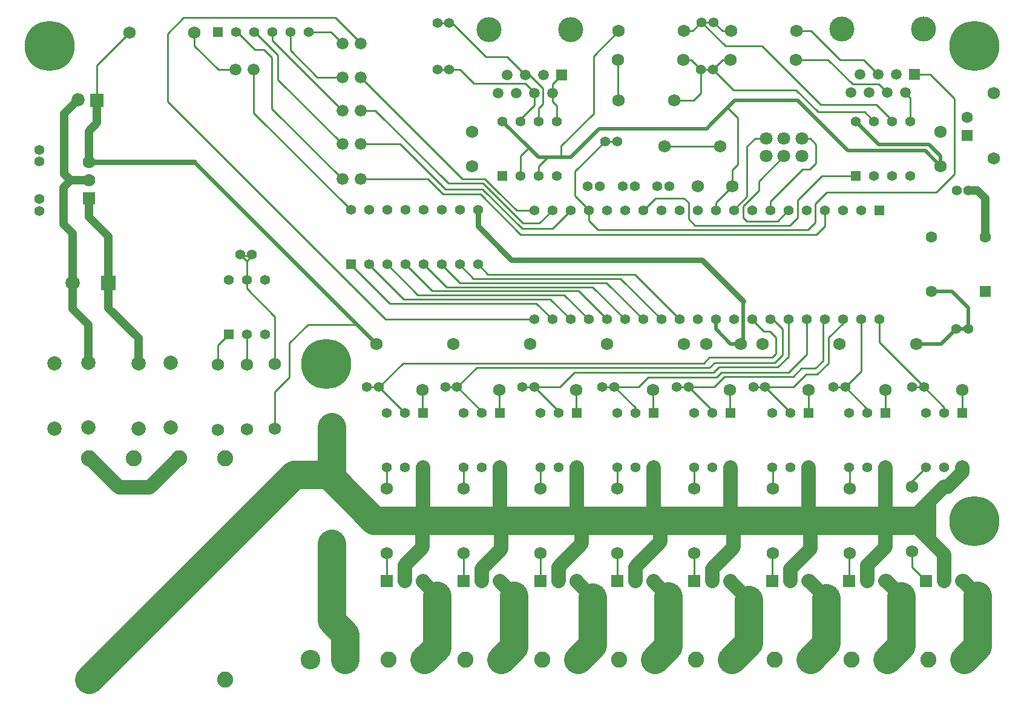
<source format=gtl>
G04 (created by PCBNEW (2013-07-07 BZR 4022)-stable) date 8/1/2015 6:26:25 AM*
%MOIN*%
G04 Gerber Fmt 3.4, Leading zero omitted, Abs format*
%FSLAX34Y34*%
G01*
G70*
G90*
G04 APERTURE LIST*
%ADD10C,0.00590551*%
%ADD11C,0.0688976*%
%ADD12C,0.07*%
%ADD13R,0.07X0.07*%
%ADD14C,0.066*%
%ADD15R,0.055X0.055*%
%ADD16C,0.055*%
%ADD17C,0.129921*%
%ADD18C,0.0885827*%
%ADD19R,0.108268X0.108268*%
%ADD20C,0.108268*%
%ADD21R,0.0885827X0.0885827*%
%ADD22R,0.0787402X0.0787402*%
%ADD23C,0.0787402*%
%ADD24R,0.0728346X0.0728346*%
%ADD25C,0.0728346*%
%ADD26C,0.275591*%
%ADD27R,0.0629921X0.0629921*%
%ADD28C,0.0629921*%
%ADD29C,0.137795*%
%ADD30R,0.0591X0.0591*%
%ADD31C,0.0591*%
%ADD32C,0.0708661*%
%ADD33C,0.019685*%
%ADD34C,0.01*%
%ADD35C,0.0295276*%
%ADD36C,0.0472441*%
%ADD37C,0.0787402*%
%ADD38C,0.15748*%
%ADD39C,0.137795*%
G04 APERTURE END LIST*
G54D10*
G54D11*
X105316Y-51182D03*
X102782Y-48648D03*
X88288Y-51182D03*
X85755Y-48648D03*
X79823Y-51182D03*
X77290Y-48648D03*
X107037Y-34803D03*
X107037Y-38385D03*
G54D12*
X75606Y-61712D03*
X74606Y-61712D03*
G54D13*
X73606Y-61712D03*
G54D12*
X79838Y-61712D03*
X78838Y-61712D03*
G54D13*
X77838Y-61712D03*
G54D12*
X84070Y-61712D03*
X83070Y-61712D03*
G54D13*
X82070Y-61712D03*
G54D12*
X88303Y-61712D03*
X87303Y-61712D03*
G54D13*
X86303Y-61712D03*
G54D12*
X92535Y-61712D03*
X91535Y-61712D03*
G54D13*
X90535Y-61712D03*
G54D12*
X96866Y-61712D03*
X95866Y-61712D03*
G54D13*
X94866Y-61712D03*
G54D12*
X101098Y-61712D03*
X100098Y-61712D03*
G54D13*
X99098Y-61712D03*
G54D12*
X105330Y-61712D03*
X104330Y-61712D03*
G54D13*
X103330Y-61712D03*
G54D14*
X71173Y-32057D03*
X72173Y-32057D03*
X71173Y-39547D03*
X72173Y-39547D03*
X71173Y-37608D03*
X72173Y-37608D03*
X71173Y-35767D03*
X72173Y-35767D03*
X65287Y-33503D03*
X66287Y-33503D03*
X71173Y-33917D03*
X72173Y-33917D03*
G54D15*
X99464Y-39354D03*
G54D16*
X100464Y-39354D03*
X101464Y-39354D03*
X102464Y-39354D03*
X102464Y-36354D03*
X101464Y-36354D03*
X100464Y-36354D03*
X99464Y-36354D03*
G54D15*
X79996Y-39354D03*
G54D16*
X80996Y-39354D03*
X81996Y-39354D03*
X82996Y-39354D03*
X82996Y-36354D03*
X81996Y-36354D03*
X80996Y-36354D03*
X79996Y-36354D03*
G54D15*
X105330Y-52437D03*
G54D16*
X104330Y-52437D03*
X103330Y-52437D03*
X103330Y-55437D03*
X104330Y-55437D03*
X105330Y-55437D03*
G54D15*
X88303Y-52437D03*
G54D16*
X87303Y-52437D03*
X86303Y-52437D03*
X86303Y-55437D03*
X87303Y-55437D03*
X88303Y-55437D03*
G54D15*
X92535Y-52437D03*
G54D16*
X91535Y-52437D03*
X90535Y-52437D03*
X90535Y-55437D03*
X91535Y-55437D03*
X92535Y-55437D03*
G54D15*
X96866Y-52437D03*
G54D16*
X95866Y-52437D03*
X94866Y-52437D03*
X94866Y-55437D03*
X95866Y-55437D03*
X96866Y-55437D03*
G54D15*
X64905Y-48094D03*
G54D16*
X65905Y-48094D03*
X66905Y-48094D03*
X66905Y-45094D03*
X65905Y-45094D03*
X64905Y-45094D03*
G54D15*
X101098Y-52437D03*
G54D16*
X100098Y-52437D03*
X99098Y-52437D03*
X99098Y-55437D03*
X100098Y-55437D03*
X101098Y-55437D03*
G54D15*
X75606Y-52437D03*
G54D16*
X74606Y-52437D03*
X73606Y-52437D03*
X73606Y-55437D03*
X74606Y-55437D03*
X75606Y-55437D03*
G54D15*
X84070Y-52437D03*
G54D16*
X83070Y-52437D03*
X82070Y-52437D03*
X82070Y-55437D03*
X83070Y-55437D03*
X84070Y-55437D03*
G54D15*
X79838Y-52437D03*
G54D16*
X78838Y-52437D03*
X77838Y-52437D03*
X77838Y-55437D03*
X78838Y-55437D03*
X79838Y-55437D03*
G54D15*
X71637Y-44236D03*
G54D16*
X72637Y-44236D03*
X73637Y-44236D03*
X74637Y-44236D03*
X75637Y-44236D03*
X76637Y-44236D03*
X77637Y-44236D03*
X78637Y-44236D03*
X78637Y-41236D03*
X77637Y-41236D03*
X76637Y-41236D03*
X75637Y-41236D03*
X74637Y-41236D03*
X73637Y-41236D03*
X72637Y-41236D03*
X71637Y-41236D03*
G54D11*
X89980Y-31377D03*
X86397Y-31377D03*
X84056Y-51182D03*
X81522Y-48648D03*
X75591Y-51182D03*
X73058Y-48648D03*
X65905Y-53346D03*
X65905Y-49763D03*
X64311Y-53350D03*
X64311Y-49767D03*
X86358Y-32952D03*
X89940Y-32952D03*
X92559Y-32952D03*
X96141Y-32952D03*
X102559Y-60078D03*
X102559Y-56496D03*
X96181Y-31377D03*
X92598Y-31377D03*
X59448Y-31456D03*
X63031Y-31456D03*
X92520Y-51182D03*
X89987Y-48648D03*
X96851Y-51182D03*
X94318Y-48648D03*
X101083Y-51182D03*
X98550Y-48648D03*
X99114Y-60177D03*
X99114Y-56594D03*
X94881Y-60177D03*
X94881Y-56594D03*
X90551Y-60177D03*
X90551Y-56594D03*
X86318Y-60177D03*
X86318Y-56594D03*
X82086Y-60177D03*
X82086Y-56594D03*
X77854Y-60177D03*
X77854Y-56594D03*
X73622Y-60177D03*
X73622Y-56594D03*
X67460Y-49724D03*
X67460Y-53307D03*
G54D15*
X64311Y-31437D03*
G54D16*
X65311Y-31437D03*
X66311Y-31437D03*
X67311Y-31437D03*
X68311Y-31437D03*
X69311Y-31437D03*
G54D17*
X70570Y-62283D03*
X70570Y-59625D03*
X70570Y-55846D03*
X70570Y-53188D03*
G54D18*
X57234Y-67145D03*
X64714Y-67145D03*
X57234Y-54917D03*
X59675Y-54917D03*
X62194Y-54917D03*
X64714Y-54917D03*
G54D19*
X71322Y-66043D03*
G54D20*
X69429Y-66035D03*
G54D21*
X75688Y-66035D03*
G54D18*
X73716Y-66039D03*
G54D21*
X79921Y-66035D03*
G54D18*
X77948Y-66039D03*
G54D21*
X84153Y-66035D03*
G54D18*
X82181Y-66039D03*
G54D21*
X88385Y-66035D03*
G54D18*
X86413Y-66039D03*
G54D21*
X92618Y-66035D03*
G54D18*
X90645Y-66039D03*
G54D21*
X96948Y-66035D03*
G54D18*
X94976Y-66039D03*
G54D21*
X101181Y-66035D03*
G54D18*
X99208Y-66039D03*
G54D21*
X105413Y-66035D03*
G54D18*
X103440Y-66039D03*
G54D22*
X58287Y-45275D03*
G54D23*
X56318Y-45275D03*
G54D24*
X57649Y-35185D03*
G54D25*
X56614Y-35177D03*
G54D26*
X105984Y-58385D03*
X70275Y-49724D03*
X55039Y-32204D03*
X105984Y-32204D03*
G54D11*
X91999Y-37747D03*
X89465Y-35213D03*
X88908Y-37747D03*
X86375Y-35213D03*
G54D16*
X54488Y-37921D03*
X54488Y-38578D03*
X54488Y-41291D03*
X54488Y-40633D03*
X65539Y-43700D03*
X66196Y-43700D03*
X84692Y-39940D03*
X85350Y-39940D03*
X86622Y-39940D03*
X87279Y-39940D03*
X90952Y-30885D03*
X91610Y-30885D03*
X90933Y-33484D03*
X91590Y-33484D03*
X76405Y-30944D03*
X77062Y-30944D03*
X76405Y-33503D03*
X77062Y-33503D03*
X102547Y-51003D03*
X103204Y-51003D03*
G54D23*
X57185Y-49665D03*
X57185Y-53248D03*
X55314Y-53287D03*
X55314Y-49704D03*
X59940Y-53287D03*
X59940Y-49704D03*
X61712Y-49665D03*
X61712Y-53248D03*
G54D16*
X89185Y-39940D03*
X88527Y-39940D03*
X98216Y-51003D03*
X98874Y-51003D03*
X93807Y-51003D03*
X94464Y-51003D03*
X89594Y-51003D03*
X90251Y-51003D03*
X85500Y-51003D03*
X86157Y-51003D03*
X81090Y-51003D03*
X81748Y-51003D03*
X76838Y-51003D03*
X77496Y-51003D03*
X72527Y-51003D03*
X73185Y-51003D03*
X105641Y-47814D03*
X104984Y-47814D03*
X105661Y-40157D03*
X105003Y-40157D03*
G54D27*
X105570Y-37143D03*
G54D28*
X105570Y-36143D03*
G54D12*
X57204Y-39606D03*
X57204Y-38606D03*
G54D13*
X57204Y-40606D03*
G54D29*
X98696Y-31271D03*
X103196Y-31267D03*
G54D30*
X102694Y-33779D03*
G54D31*
X102194Y-34779D03*
X101694Y-33779D03*
X101194Y-34779D03*
X100694Y-33779D03*
X100194Y-34779D03*
X99694Y-33779D03*
X99194Y-34779D03*
G54D29*
X79248Y-31291D03*
X83748Y-31287D03*
G54D30*
X83246Y-33799D03*
G54D31*
X82746Y-34799D03*
X82246Y-33799D03*
X81746Y-34799D03*
X81246Y-33799D03*
X80746Y-34799D03*
X80246Y-33799D03*
X79746Y-34799D03*
G54D15*
X100740Y-41271D03*
G54D16*
X99740Y-41271D03*
X98740Y-41271D03*
X97740Y-41271D03*
X96740Y-41271D03*
X95740Y-41271D03*
X94740Y-41271D03*
X93740Y-41271D03*
X92740Y-41271D03*
X91740Y-41271D03*
X90740Y-41271D03*
X89740Y-41271D03*
X88740Y-41271D03*
X87740Y-41271D03*
X86740Y-41271D03*
X85740Y-41271D03*
X84740Y-41271D03*
X83740Y-41271D03*
X82740Y-41271D03*
X81740Y-41271D03*
X81740Y-47271D03*
X82740Y-47271D03*
X83740Y-47271D03*
X84740Y-47271D03*
X85740Y-47271D03*
X86740Y-47271D03*
X87740Y-47271D03*
X88740Y-47271D03*
X89740Y-47271D03*
X90740Y-47271D03*
X91740Y-47271D03*
X92740Y-47271D03*
X93740Y-47271D03*
X94740Y-47271D03*
X95740Y-47271D03*
X96740Y-47271D03*
X97740Y-47271D03*
X98740Y-47271D03*
X99740Y-47271D03*
X100740Y-47271D03*
G54D11*
X92637Y-39940D03*
X90748Y-39940D03*
X91230Y-48622D03*
X93120Y-48622D03*
X104133Y-38828D03*
X104133Y-36938D03*
X78307Y-36929D03*
X78307Y-38818D03*
G54D27*
X106594Y-45728D03*
G54D28*
X106594Y-42736D03*
X103602Y-45728D03*
X103602Y-42736D03*
G54D16*
X85647Y-37460D03*
X86305Y-37460D03*
G54D32*
X96480Y-37295D03*
X95496Y-37295D03*
X94511Y-37295D03*
X96480Y-38279D03*
X95496Y-38279D03*
X94511Y-38279D03*
G54D33*
X104133Y-38828D02*
X104133Y-38257D01*
X100728Y-37618D02*
X99464Y-36354D01*
X103494Y-37618D02*
X100728Y-37618D01*
X104133Y-38257D02*
X103494Y-37618D01*
X95925Y-35216D02*
X96240Y-35216D01*
X103287Y-37982D02*
X104133Y-38828D01*
X99005Y-37982D02*
X103287Y-37982D01*
X96240Y-35216D02*
X99005Y-37982D01*
G54D34*
X92637Y-39940D02*
X92637Y-39035D01*
X92942Y-36161D02*
X92386Y-35605D01*
X92942Y-38730D02*
X92942Y-36161D01*
X92637Y-39035D02*
X92942Y-38730D01*
G54D33*
X103602Y-45728D02*
X104744Y-45728D01*
X105641Y-46625D02*
X105641Y-47814D01*
X104744Y-45728D02*
X105641Y-46625D01*
X102782Y-48648D02*
X104150Y-48648D01*
X104150Y-48648D02*
X104984Y-47814D01*
X104984Y-47814D02*
X105641Y-47814D01*
G54D34*
X91740Y-41271D02*
X91740Y-40838D01*
X91740Y-40838D02*
X92637Y-39940D01*
G54D33*
X83228Y-38346D02*
X83740Y-38346D01*
X91496Y-36496D02*
X92386Y-35605D01*
X91240Y-36751D02*
X91496Y-36496D01*
X85334Y-36751D02*
X91240Y-36751D01*
X83740Y-38346D02*
X85334Y-36751D01*
X92775Y-35216D02*
X94783Y-35216D01*
X94783Y-35216D02*
X95925Y-35216D01*
X92386Y-35605D02*
X92775Y-35216D01*
G54D34*
X83228Y-38346D02*
X83228Y-37716D01*
X85019Y-32755D02*
X86397Y-31377D01*
X85019Y-35925D02*
X85019Y-32755D01*
X83228Y-37716D02*
X85019Y-35925D01*
X81996Y-39354D02*
X81996Y-38830D01*
X81996Y-38830D02*
X82480Y-38346D01*
X80996Y-39354D02*
X80996Y-38255D01*
X80996Y-38255D02*
X81446Y-37805D01*
G54D33*
X81988Y-38346D02*
X81446Y-37805D01*
X81446Y-37805D02*
X79996Y-36354D01*
X83228Y-38346D02*
X82480Y-38346D01*
X82480Y-38346D02*
X81988Y-38346D01*
G54D35*
X57204Y-38606D02*
X63015Y-38606D01*
G54D33*
X63015Y-38606D02*
X73058Y-48648D01*
G54D34*
X67460Y-53307D02*
X67460Y-51259D01*
X67460Y-51259D02*
X68248Y-50472D01*
X68248Y-50472D02*
X68248Y-48582D01*
X68248Y-48582D02*
X69271Y-47559D01*
X69271Y-47559D02*
X71968Y-47559D01*
X71968Y-47559D02*
X73058Y-48648D01*
X57649Y-35185D02*
X57649Y-33255D01*
X57649Y-33255D02*
X59448Y-31456D01*
G54D36*
X57649Y-36444D02*
X57649Y-35185D01*
X57204Y-38606D02*
X57204Y-36889D01*
X57204Y-36889D02*
X57649Y-36444D01*
G54D34*
X102194Y-34779D02*
X102194Y-34803D01*
X102464Y-35072D02*
X102464Y-36354D01*
X102194Y-34803D02*
X102464Y-35072D01*
G54D36*
X105661Y-40157D02*
X106141Y-40157D01*
X106594Y-40610D02*
X106594Y-42736D01*
X106141Y-40157D02*
X106594Y-40610D01*
G54D33*
X91740Y-47271D02*
X91740Y-47812D01*
X92549Y-48622D02*
X93120Y-48622D01*
X91740Y-47812D02*
X92549Y-48622D01*
X93248Y-46250D02*
X93248Y-48494D01*
X93248Y-48494D02*
X93120Y-48622D01*
G54D35*
X78637Y-41236D02*
X78637Y-42141D01*
X78637Y-42141D02*
X80492Y-43996D01*
X80492Y-43996D02*
X90994Y-43996D01*
X90994Y-43996D02*
X93248Y-46250D01*
X93248Y-46250D02*
X93257Y-46259D01*
G54D34*
X82996Y-36354D02*
X82996Y-35505D01*
X82746Y-35255D02*
X82746Y-34799D01*
X82996Y-35505D02*
X82746Y-35255D01*
X86358Y-32952D02*
X86358Y-35196D01*
X86358Y-35196D02*
X86375Y-35213D01*
X82746Y-34799D02*
X82746Y-34299D01*
X82746Y-34299D02*
X83246Y-33799D01*
X66287Y-33503D02*
X66287Y-35885D01*
X66287Y-35885D02*
X71637Y-41236D01*
G54D36*
X57204Y-39606D02*
X56220Y-39606D01*
X56220Y-39606D02*
X55866Y-39251D01*
X55866Y-35925D02*
X56614Y-35177D01*
X55866Y-39251D02*
X55866Y-35925D01*
X56318Y-45275D02*
X56318Y-42519D01*
X55826Y-40000D02*
X56220Y-39606D01*
X55826Y-42027D02*
X55826Y-40000D01*
X56318Y-42519D02*
X55826Y-42027D01*
X57185Y-49665D02*
X57185Y-47578D01*
X56318Y-46712D02*
X56318Y-45275D01*
X57185Y-47578D02*
X56318Y-46712D01*
G54D34*
X64311Y-49767D02*
X64311Y-48688D01*
X64311Y-48688D02*
X64905Y-48094D01*
X65905Y-49763D02*
X65905Y-48094D01*
X95740Y-47271D02*
X95740Y-47501D01*
X95740Y-47501D02*
X95740Y-47501D01*
X91909Y-49911D02*
X95167Y-49911D01*
X91614Y-50206D02*
X91909Y-49911D01*
X83956Y-50206D02*
X91614Y-50206D01*
X81748Y-51003D02*
X83159Y-51003D01*
X95740Y-49338D02*
X95740Y-47501D01*
X95167Y-49911D02*
X95740Y-49338D01*
X83159Y-51003D02*
X83956Y-50206D01*
X83070Y-52437D02*
X83070Y-52326D01*
X83070Y-52326D02*
X81748Y-51003D01*
X81748Y-51003D02*
X81090Y-51003D01*
X93740Y-47271D02*
X93740Y-47293D01*
X74503Y-49685D02*
X73185Y-51003D01*
X91072Y-49685D02*
X74503Y-49685D01*
X91397Y-49360D02*
X91072Y-49685D01*
X94852Y-49360D02*
X91397Y-49360D01*
X95049Y-49163D02*
X94852Y-49360D01*
X95049Y-48277D02*
X95049Y-49163D01*
X94704Y-47933D02*
X95049Y-48277D01*
X94379Y-47933D02*
X94704Y-47933D01*
X93740Y-47293D02*
X94379Y-47933D01*
X74606Y-52437D02*
X74606Y-52425D01*
X74606Y-52425D02*
X73185Y-51003D01*
X73185Y-51003D02*
X72527Y-51003D01*
X86157Y-51003D02*
X87490Y-51003D01*
X96740Y-49194D02*
X96740Y-47271D01*
X95748Y-50187D02*
X96740Y-49194D01*
X92047Y-50187D02*
X95748Y-50187D01*
X91771Y-50462D02*
X92047Y-50187D01*
X88031Y-50462D02*
X91771Y-50462D01*
X87490Y-51003D02*
X88031Y-50462D01*
X87303Y-52437D02*
X87303Y-52149D01*
X87303Y-52149D02*
X86157Y-51003D01*
X86157Y-51003D02*
X85500Y-51003D01*
X94740Y-47271D02*
X94870Y-47271D01*
X78568Y-49931D02*
X77496Y-51003D01*
X91397Y-49931D02*
X78568Y-49931D01*
X91673Y-49655D02*
X91397Y-49931D01*
X94980Y-49655D02*
X91673Y-49655D01*
X95413Y-49222D02*
X94980Y-49655D01*
X95413Y-47814D02*
X95413Y-49222D01*
X95403Y-47805D02*
X95413Y-47814D01*
X95403Y-47805D02*
X95403Y-47805D01*
X94870Y-47271D02*
X95403Y-47805D01*
X76838Y-51003D02*
X77496Y-51003D01*
X77496Y-51003D02*
X78838Y-52346D01*
X78838Y-52346D02*
X78838Y-52437D01*
X100740Y-47271D02*
X100740Y-48539D01*
X100740Y-48539D02*
X103204Y-51003D01*
X104330Y-52437D02*
X104330Y-52129D01*
X104330Y-52129D02*
X103204Y-51003D01*
X103204Y-51003D02*
X102547Y-51003D01*
X99740Y-47271D02*
X99740Y-50137D01*
X99740Y-50137D02*
X98874Y-51003D01*
X100098Y-52437D02*
X100098Y-52228D01*
X100098Y-52228D02*
X98874Y-51003D01*
X98874Y-51003D02*
X98216Y-51003D01*
X94464Y-51003D02*
X96013Y-51003D01*
X98740Y-47490D02*
X98740Y-47271D01*
X97952Y-48277D02*
X98740Y-47490D01*
X97952Y-49685D02*
X97952Y-48277D01*
X97332Y-50305D02*
X97952Y-49685D01*
X96712Y-50305D02*
X97332Y-50305D01*
X96013Y-51003D02*
X96712Y-50305D01*
X95866Y-52437D02*
X95866Y-52405D01*
X95866Y-52405D02*
X94464Y-51003D01*
X94464Y-51003D02*
X93807Y-51003D01*
X90251Y-51003D02*
X91653Y-51003D01*
X97637Y-47374D02*
X97740Y-47271D01*
X97637Y-49557D02*
X97637Y-47374D01*
X97224Y-49970D02*
X97637Y-49557D01*
X96466Y-49970D02*
X97224Y-49970D01*
X96003Y-50433D02*
X96466Y-49970D01*
X92224Y-50433D02*
X96003Y-50433D01*
X91653Y-51003D02*
X92224Y-50433D01*
X91535Y-52437D02*
X91535Y-52287D01*
X91535Y-52287D02*
X90251Y-51003D01*
X90251Y-51003D02*
X89594Y-51003D01*
G54D37*
X57234Y-54917D02*
X57259Y-54917D01*
X60566Y-56545D02*
X62194Y-54917D01*
X58887Y-56545D02*
X60566Y-56545D01*
X57259Y-54917D02*
X58887Y-56545D01*
G54D34*
X90535Y-61712D02*
X90535Y-60192D01*
X90535Y-60192D02*
X90551Y-60177D01*
X86318Y-56594D02*
X86318Y-55452D01*
X86318Y-55452D02*
X86303Y-55437D01*
X86303Y-61712D02*
X86303Y-60192D01*
X86303Y-60192D02*
X86318Y-60177D01*
X82086Y-56594D02*
X82086Y-55452D01*
X82086Y-55452D02*
X82070Y-55437D01*
X82070Y-61712D02*
X82070Y-60192D01*
X82070Y-60192D02*
X82086Y-60177D01*
X77854Y-56594D02*
X77854Y-55452D01*
X77854Y-55452D02*
X77838Y-55437D01*
X77838Y-61712D02*
X77838Y-60192D01*
X77838Y-60192D02*
X77854Y-60177D01*
X75591Y-51182D02*
X75591Y-52422D01*
X75591Y-52422D02*
X75606Y-52437D01*
X73622Y-56594D02*
X73622Y-55452D01*
X73622Y-55452D02*
X73606Y-55437D01*
X73606Y-61712D02*
X73606Y-60192D01*
X73606Y-60192D02*
X73622Y-60177D01*
X65905Y-45094D02*
X65905Y-45570D01*
X67460Y-47125D02*
X67460Y-49724D01*
X65905Y-45570D02*
X67460Y-47125D01*
X65905Y-45094D02*
X65905Y-44066D01*
X65905Y-44066D02*
X66196Y-43775D01*
X66196Y-43775D02*
X65614Y-43775D01*
X65614Y-43775D02*
X65905Y-44066D01*
X65905Y-44066D02*
X65905Y-44074D01*
X90551Y-56594D02*
X90551Y-55452D01*
X90551Y-55452D02*
X90535Y-55437D01*
X63031Y-31456D02*
X63031Y-32185D01*
X64350Y-33503D02*
X65287Y-33503D01*
X63031Y-32185D02*
X64350Y-33503D01*
G54D37*
X105330Y-61712D02*
X105374Y-61712D01*
G54D38*
X106151Y-65297D02*
X105413Y-66035D01*
X106151Y-62490D02*
X106151Y-65297D01*
G54D37*
X105374Y-61712D02*
X106151Y-62490D01*
G54D34*
X88908Y-37747D02*
X91999Y-37747D01*
X81746Y-34799D02*
X81746Y-34777D01*
X77637Y-33503D02*
X77062Y-33503D01*
X78405Y-34271D02*
X77637Y-33503D01*
X81240Y-34271D02*
X78405Y-34271D01*
X81746Y-34777D02*
X81240Y-34271D01*
X80996Y-36354D02*
X80996Y-36228D01*
X81746Y-35478D02*
X81746Y-34799D01*
X80996Y-36228D02*
X81746Y-35478D01*
X76405Y-33503D02*
X77062Y-33503D01*
X79823Y-51182D02*
X79823Y-52422D01*
X79823Y-52422D02*
X79838Y-52437D01*
X81996Y-36354D02*
X81996Y-35641D01*
X81496Y-33799D02*
X81246Y-33799D01*
X82224Y-34527D02*
X81496Y-33799D01*
X82224Y-35413D02*
X82224Y-34527D01*
X81996Y-35641D02*
X82224Y-35413D01*
X77062Y-30944D02*
X77224Y-30944D01*
X80261Y-32814D02*
X81246Y-33799D01*
X79094Y-32814D02*
X80261Y-32814D01*
X77224Y-30944D02*
X79094Y-32814D01*
X76405Y-30944D02*
X77062Y-30944D01*
G54D36*
X58287Y-45275D02*
X58287Y-42716D01*
X57204Y-41633D02*
X57204Y-40606D01*
X58287Y-42716D02*
X57204Y-41633D01*
X59940Y-49704D02*
X59940Y-48307D01*
X58287Y-46653D02*
X58287Y-45275D01*
X59940Y-48307D02*
X58287Y-46653D01*
G54D34*
X102559Y-60078D02*
X102559Y-60940D01*
X102559Y-60940D02*
X103330Y-61712D01*
G54D37*
X79838Y-61712D02*
X79842Y-61712D01*
G54D38*
X80629Y-65326D02*
X79921Y-66035D01*
X80629Y-62500D02*
X80629Y-65326D01*
G54D37*
X79842Y-61712D02*
X80629Y-62500D01*
X84070Y-61712D02*
X84070Y-61718D01*
G54D38*
X84960Y-65228D02*
X84153Y-66035D01*
X84960Y-62608D02*
X84960Y-65228D01*
G54D37*
X84070Y-61718D02*
X84960Y-62608D01*
X88303Y-61712D02*
X88303Y-61718D01*
G54D38*
X89114Y-65307D02*
X88385Y-66035D01*
X89114Y-62529D02*
X89114Y-65307D01*
G54D37*
X88303Y-61718D02*
X89114Y-62529D01*
X92535Y-61712D02*
X92535Y-61718D01*
G54D38*
X93543Y-65110D02*
X92618Y-66035D01*
X93543Y-62726D02*
X93543Y-65110D01*
G54D37*
X92535Y-61718D02*
X93543Y-62726D01*
X96866Y-61712D02*
X96899Y-61712D01*
G54D38*
X97834Y-65149D02*
X96948Y-66035D01*
X97834Y-62647D02*
X97834Y-65149D01*
G54D37*
X96899Y-61712D02*
X97834Y-62647D01*
X101098Y-61712D02*
X101141Y-61712D01*
G54D38*
X101958Y-65257D02*
X101181Y-66035D01*
X101958Y-62529D02*
X101958Y-65257D01*
G54D37*
X101141Y-61712D02*
X101958Y-62529D01*
X75606Y-61712D02*
X75606Y-61738D01*
G54D38*
X76368Y-65356D02*
X75688Y-66035D01*
X76368Y-62500D02*
X76368Y-65356D01*
G54D37*
X75606Y-61738D02*
X76368Y-62500D01*
G54D34*
X84056Y-51182D02*
X84056Y-52422D01*
X84056Y-52422D02*
X84070Y-52437D01*
X102559Y-56496D02*
X102559Y-56208D01*
X102559Y-56208D02*
X103330Y-55437D01*
X99114Y-56594D02*
X99114Y-55452D01*
X99114Y-55452D02*
X99098Y-55437D01*
X99098Y-61712D02*
X99098Y-60192D01*
X99098Y-60192D02*
X99114Y-60177D01*
X94881Y-56594D02*
X94881Y-55452D01*
X94881Y-55452D02*
X94866Y-55437D01*
X94866Y-61712D02*
X94866Y-60192D01*
X94866Y-60192D02*
X94881Y-60177D01*
G54D38*
X71322Y-66043D02*
X71322Y-64629D01*
X71322Y-64629D02*
X70570Y-63877D01*
X70570Y-63877D02*
X70570Y-62283D01*
X70570Y-62283D02*
X70570Y-59625D01*
G54D34*
X78897Y-40088D02*
X76840Y-40088D01*
X76840Y-40088D02*
X74360Y-37608D01*
X72173Y-37608D02*
X74360Y-37608D01*
X82748Y-42263D02*
X83740Y-41271D01*
X81072Y-42263D02*
X82748Y-42263D01*
X78897Y-40088D02*
X81072Y-42263D01*
X78922Y-39768D02*
X77002Y-39768D01*
X77002Y-39768D02*
X73001Y-35767D01*
X72173Y-35767D02*
X73001Y-35767D01*
X82033Y-41978D02*
X82740Y-41271D01*
X81131Y-41978D02*
X82033Y-41978D01*
X78922Y-39768D02*
X81131Y-41978D01*
X81740Y-41271D02*
X80769Y-41271D01*
X80769Y-41271D02*
X79753Y-40255D01*
X79030Y-39532D02*
X77788Y-39532D01*
X77788Y-39532D02*
X72173Y-33917D01*
X79030Y-39532D02*
X79753Y-40255D01*
X72173Y-32057D02*
X72173Y-32045D01*
X70777Y-30649D02*
X70620Y-30649D01*
X72173Y-32045D02*
X70777Y-30649D01*
X81740Y-47271D02*
X73551Y-47271D01*
X62421Y-30649D02*
X70620Y-30649D01*
X61535Y-31535D02*
X62421Y-30649D01*
X61535Y-35255D02*
X61535Y-31535D01*
X73551Y-47271D02*
X61535Y-35255D01*
X88288Y-51182D02*
X88288Y-52422D01*
X88288Y-52422D02*
X88303Y-52437D01*
X96181Y-31377D02*
X96988Y-31377D01*
X99887Y-32972D02*
X100694Y-33779D01*
X98582Y-32972D02*
X99887Y-32972D01*
X96988Y-31377D02*
X98582Y-32972D01*
X68311Y-31437D02*
X68311Y-32435D01*
X69793Y-33917D02*
X71173Y-33917D01*
X68311Y-32435D02*
X69793Y-33917D01*
X73637Y-44236D02*
X73645Y-44236D01*
X83393Y-45925D02*
X84740Y-47271D01*
X75334Y-45925D02*
X83393Y-45925D01*
X73645Y-44236D02*
X75334Y-45925D01*
X74637Y-44236D02*
X74637Y-44244D01*
X84177Y-45708D02*
X85740Y-47271D01*
X76102Y-45708D02*
X84177Y-45708D01*
X74637Y-44244D02*
X76102Y-45708D01*
X75637Y-44236D02*
X75653Y-44236D01*
X84960Y-45492D02*
X86740Y-47271D01*
X76909Y-45492D02*
X84960Y-45492D01*
X75653Y-44236D02*
X76909Y-45492D01*
X76637Y-44236D02*
X76637Y-44255D01*
X85724Y-45255D02*
X87740Y-47271D01*
X77637Y-45255D02*
X85724Y-45255D01*
X76637Y-44255D02*
X77637Y-45255D01*
X77637Y-44236D02*
X77637Y-44271D01*
X86488Y-45019D02*
X88740Y-47271D01*
X78385Y-45019D02*
X86488Y-45019D01*
X77637Y-44271D02*
X78385Y-45019D01*
X78637Y-44236D02*
X78637Y-44248D01*
X87271Y-44803D02*
X89740Y-47271D01*
X79192Y-44803D02*
X87271Y-44803D01*
X78637Y-44248D02*
X79192Y-44803D01*
X67311Y-31437D02*
X67311Y-31905D01*
X67311Y-31905D02*
X71173Y-35767D01*
X92520Y-51182D02*
X92520Y-52164D01*
X92519Y-52165D02*
X92535Y-52437D01*
X92520Y-52164D02*
X92519Y-52165D01*
X69311Y-31437D02*
X70553Y-31437D01*
X70553Y-31437D02*
X71173Y-32057D01*
X66311Y-31437D02*
X66427Y-31437D01*
X67618Y-34053D02*
X71173Y-37608D01*
X67618Y-32706D02*
X67618Y-34053D01*
X66402Y-31491D02*
X67618Y-32706D01*
X65311Y-31437D02*
X65374Y-31437D01*
X67283Y-35657D02*
X71173Y-39547D01*
X67283Y-32834D02*
X67283Y-35657D01*
X66850Y-32401D02*
X67283Y-32834D01*
X66338Y-32401D02*
X66850Y-32401D01*
X65374Y-31437D02*
X66338Y-32401D01*
X72173Y-39547D02*
X75895Y-39547D01*
X97740Y-42131D02*
X97740Y-41271D01*
X97273Y-42598D02*
X97740Y-42131D01*
X80994Y-42598D02*
X97273Y-42598D01*
X78779Y-40383D02*
X80994Y-42598D01*
X76732Y-40383D02*
X78779Y-40383D01*
X75895Y-39547D02*
X76732Y-40383D01*
X99464Y-39354D02*
X97574Y-39354D01*
X88421Y-40590D02*
X87740Y-41271D01*
X90000Y-40590D02*
X88421Y-40590D01*
X90236Y-40826D02*
X90000Y-40590D01*
X90236Y-41732D02*
X90236Y-40826D01*
X90590Y-42086D02*
X90236Y-41732D01*
X95807Y-42086D02*
X90590Y-42086D01*
X96240Y-41653D02*
X95807Y-42086D01*
X96240Y-40688D02*
X96240Y-41653D01*
X97574Y-39354D02*
X96240Y-40688D01*
X101464Y-36354D02*
X101464Y-36307D01*
X92271Y-32204D02*
X90952Y-30885D01*
X94291Y-32204D02*
X92271Y-32204D01*
X97519Y-35433D02*
X94291Y-32204D01*
X100590Y-35433D02*
X97519Y-35433D01*
X101464Y-36307D02*
X100590Y-35433D01*
X90952Y-30885D02*
X91610Y-30885D01*
X91610Y-30885D02*
X92102Y-31377D01*
X92102Y-31377D02*
X92598Y-31377D01*
X89980Y-31377D02*
X90460Y-31377D01*
X90460Y-31377D02*
X90952Y-30885D01*
X84740Y-41271D02*
X84740Y-41226D01*
X83996Y-39112D02*
X85647Y-37460D01*
X83996Y-40482D02*
X83996Y-39112D01*
X84740Y-41226D02*
X83996Y-40482D01*
X85647Y-37460D02*
X86305Y-37460D01*
X84740Y-41271D02*
X84740Y-41846D01*
X103543Y-33779D02*
X102694Y-33779D01*
X104872Y-35108D02*
X103543Y-33779D01*
X104872Y-39271D02*
X104872Y-35108D01*
X103868Y-40275D02*
X104872Y-39271D01*
X97854Y-40275D02*
X103868Y-40275D01*
X97234Y-40895D02*
X97854Y-40275D01*
X97234Y-41938D02*
X97234Y-40895D01*
X96830Y-42342D02*
X97234Y-41938D01*
X85236Y-42342D02*
X96830Y-42342D01*
X84740Y-41846D02*
X85236Y-42342D01*
X96141Y-32952D02*
X97933Y-32952D01*
X100706Y-34291D02*
X101194Y-34779D01*
X99271Y-34291D02*
X100706Y-34291D01*
X97933Y-32952D02*
X99271Y-34291D01*
X96851Y-51182D02*
X96851Y-52422D01*
X96851Y-52422D02*
X96866Y-52437D01*
X92740Y-41271D02*
X92740Y-41224D01*
X93905Y-37295D02*
X94511Y-37295D01*
X93464Y-37736D02*
X93905Y-37295D01*
X93464Y-40500D02*
X93464Y-37736D01*
X92740Y-41224D02*
X93464Y-40500D01*
X89465Y-35213D02*
X90514Y-35213D01*
X90933Y-34795D02*
X90933Y-33484D01*
X90514Y-35213D02*
X90933Y-34795D01*
X100464Y-36354D02*
X100464Y-36350D01*
X92732Y-34625D02*
X91590Y-33484D01*
X96161Y-34625D02*
X92732Y-34625D01*
X97381Y-35846D02*
X96161Y-34625D01*
X99960Y-35846D02*
X97381Y-35846D01*
X100464Y-36350D02*
X99960Y-35846D01*
X89940Y-32952D02*
X90401Y-32952D01*
X90401Y-32952D02*
X90933Y-33484D01*
X90933Y-33484D02*
X91590Y-33484D01*
X91590Y-33484D02*
X92122Y-32952D01*
X92122Y-32952D02*
X92559Y-32952D01*
X71637Y-44236D02*
X71637Y-44255D01*
X81866Y-46397D02*
X82740Y-47271D01*
X73779Y-46397D02*
X81866Y-46397D01*
X71637Y-44255D02*
X73779Y-46397D01*
X72637Y-44236D02*
X72637Y-44251D01*
X82629Y-46161D02*
X83740Y-47271D01*
X74547Y-46161D02*
X82629Y-46161D01*
X72637Y-44251D02*
X74547Y-46161D01*
X94740Y-41271D02*
X94740Y-40759D01*
X96937Y-37295D02*
X96480Y-37295D01*
X97263Y-37622D02*
X96937Y-37295D01*
X97263Y-38657D02*
X97263Y-37622D01*
X96925Y-38996D02*
X97263Y-38657D01*
X96503Y-38996D02*
X96925Y-38996D01*
X94740Y-40759D02*
X96503Y-38996D01*
X95740Y-41271D02*
X95732Y-41271D01*
X94110Y-39665D02*
X95496Y-38279D01*
X94110Y-40161D02*
X94110Y-39665D01*
X93241Y-41029D02*
X94110Y-40161D01*
X93241Y-41659D02*
X93241Y-41029D01*
X93448Y-41866D02*
X93241Y-41659D01*
X95137Y-41866D02*
X93448Y-41866D01*
X95732Y-41271D02*
X95137Y-41866D01*
X101083Y-51182D02*
X101083Y-52164D01*
X101082Y-52165D02*
X101098Y-52437D01*
X101083Y-52164D02*
X101082Y-52165D01*
G54D37*
X103494Y-59399D02*
X103494Y-57332D01*
X101098Y-55437D02*
X101098Y-58350D01*
X96866Y-55437D02*
X96866Y-58366D01*
X96948Y-58448D02*
X96948Y-58562D01*
X96866Y-58366D02*
X96948Y-58448D01*
X92535Y-55437D02*
X92535Y-58185D01*
X92535Y-58185D02*
X92716Y-58366D01*
X88303Y-55437D02*
X88303Y-57988D01*
X88303Y-57988D02*
X88681Y-58366D01*
X84070Y-55437D02*
X84070Y-58086D01*
X84070Y-58086D02*
X84350Y-58366D01*
X79838Y-55437D02*
X79838Y-58366D01*
X79838Y-58366D02*
X79921Y-58366D01*
X75606Y-55437D02*
X75606Y-58350D01*
G54D38*
X102444Y-58350D02*
X102476Y-58350D01*
G54D37*
X102476Y-58350D02*
X103494Y-57332D01*
X105330Y-55692D02*
X105330Y-55437D01*
X104527Y-56496D02*
X105330Y-55692D01*
X104330Y-56496D02*
X104527Y-56496D01*
X103494Y-57332D02*
X104330Y-56496D01*
G54D38*
X70570Y-55846D02*
X68533Y-55846D01*
X68533Y-55846D02*
X57234Y-67145D01*
X75606Y-58350D02*
X74901Y-58350D01*
X74901Y-58350D02*
X72917Y-58350D01*
G54D39*
X70570Y-56003D02*
X70570Y-55846D01*
G54D38*
X72917Y-58350D02*
X70570Y-56003D01*
X101098Y-58350D02*
X102444Y-58350D01*
G54D37*
X104330Y-60236D02*
X104330Y-61712D01*
X104133Y-60039D02*
X104330Y-60236D01*
X102444Y-58350D02*
X103494Y-59399D01*
X103494Y-59399D02*
X104133Y-60039D01*
X101098Y-58350D02*
X101082Y-58366D01*
X100098Y-61712D02*
X100098Y-60826D01*
X101082Y-59842D02*
X101082Y-58366D01*
X100098Y-60826D02*
X101082Y-59842D01*
X95866Y-61712D02*
X95866Y-61023D01*
X96948Y-59940D02*
X96948Y-58562D01*
X96948Y-58562D02*
X96948Y-58366D01*
X95866Y-61023D02*
X96948Y-59940D01*
X91535Y-61712D02*
X91535Y-61023D01*
X92716Y-59842D02*
X92716Y-58366D01*
X91535Y-61023D02*
X92716Y-59842D01*
X87303Y-61712D02*
X87303Y-60925D01*
X88681Y-59547D02*
X88681Y-58366D01*
X87303Y-60925D02*
X88681Y-59547D01*
X83070Y-61712D02*
X83070Y-60925D01*
X84350Y-59645D02*
X84350Y-58366D01*
X83070Y-60925D02*
X84350Y-59645D01*
X78838Y-61712D02*
X78838Y-61023D01*
X78838Y-61023D02*
X79921Y-59940D01*
X79921Y-59940D02*
X79921Y-58366D01*
X75606Y-58350D02*
X75590Y-58366D01*
X74606Y-61712D02*
X74606Y-60826D01*
X74606Y-60826D02*
X75590Y-59842D01*
X75590Y-59842D02*
X75590Y-58366D01*
G54D38*
X75590Y-58366D02*
X79035Y-58366D01*
X79035Y-58366D02*
X79921Y-58366D01*
X79921Y-58366D02*
X83366Y-58366D01*
X83366Y-58366D02*
X84350Y-58366D01*
X84350Y-58366D02*
X87696Y-58366D01*
X87696Y-58366D02*
X88681Y-58366D01*
X88681Y-58366D02*
X91732Y-58366D01*
X91732Y-58366D02*
X92716Y-58366D01*
X92716Y-58366D02*
X95866Y-58366D01*
X95866Y-58366D02*
X96948Y-58366D01*
X96948Y-58366D02*
X99803Y-58366D01*
X99803Y-58366D02*
X101082Y-58366D01*
X70570Y-55846D02*
X70570Y-53188D01*
G54D34*
X105316Y-51182D02*
X105316Y-52422D01*
X105316Y-52422D02*
X105330Y-52437D01*
M02*

</source>
